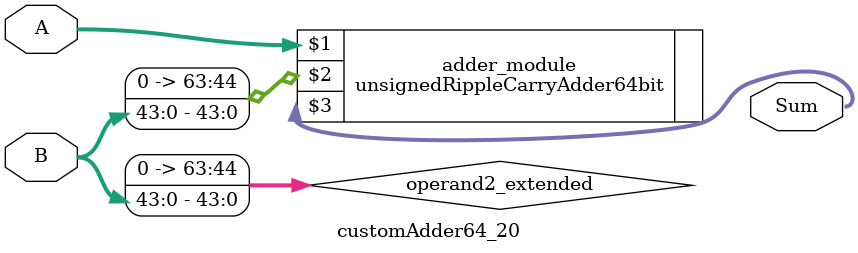
<source format=v>
module customAdder64_20(
                        input [63 : 0] A,
                        input [43 : 0] B,
                        
                        output [64 : 0] Sum
                );

        wire [63 : 0] operand2_extended;
        
        assign operand2_extended =  {20'b0, B};
        
        unsignedRippleCarryAdder64bit adder_module(
            A,
            operand2_extended,
            Sum
        );
        
        endmodule
        
</source>
